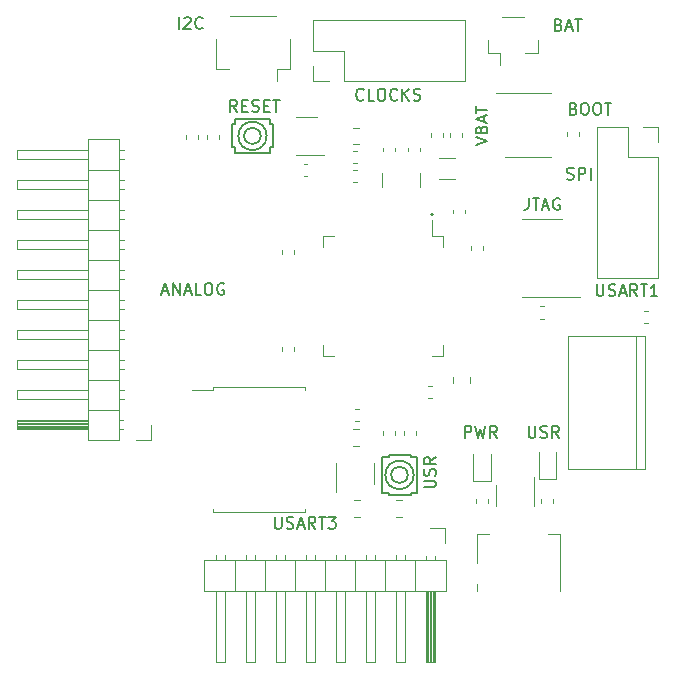
<source format=gto>
%TF.GenerationSoftware,KiCad,Pcbnew,(5.1.6-0-10_14)*%
%TF.CreationDate,2020-09-29T23:50:48-07:00*%
%TF.ProjectId,BetsyBoardBig,42657473-7942-46f6-9172-644269672e6b,rev?*%
%TF.SameCoordinates,Original*%
%TF.FileFunction,Legend,Top*%
%TF.FilePolarity,Positive*%
%FSLAX46Y46*%
G04 Gerber Fmt 4.6, Leading zero omitted, Abs format (unit mm)*
G04 Created by KiCad (PCBNEW (5.1.6-0-10_14)) date 2020-09-29 23:50:48*
%MOMM*%
%LPD*%
G01*
G04 APERTURE LIST*
%ADD10C,0.150000*%
%ADD11C,0.120000*%
G04 APERTURE END LIST*
D10*
X132333333Y-66702380D02*
X132333333Y-67416666D01*
X132285714Y-67559523D01*
X132190476Y-67654761D01*
X132047619Y-67702380D01*
X131952380Y-67702380D01*
X132666666Y-66702380D02*
X133238095Y-66702380D01*
X132952380Y-67702380D02*
X132952380Y-66702380D01*
X133523809Y-67416666D02*
X134000000Y-67416666D01*
X133428571Y-67702380D02*
X133761904Y-66702380D01*
X134095238Y-67702380D01*
X134952380Y-66750000D02*
X134857142Y-66702380D01*
X134714285Y-66702380D01*
X134571428Y-66750000D01*
X134476190Y-66845238D01*
X134428571Y-66940476D01*
X134380952Y-67130952D01*
X134380952Y-67273809D01*
X134428571Y-67464285D01*
X134476190Y-67559523D01*
X134571428Y-67654761D01*
X134714285Y-67702380D01*
X134809523Y-67702380D01*
X134952380Y-67654761D01*
X135000000Y-67607142D01*
X135000000Y-67273809D01*
X134809523Y-67273809D01*
X138102380Y-74002380D02*
X138102380Y-74811904D01*
X138150000Y-74907142D01*
X138197619Y-74954761D01*
X138292857Y-75002380D01*
X138483333Y-75002380D01*
X138578571Y-74954761D01*
X138626190Y-74907142D01*
X138673809Y-74811904D01*
X138673809Y-74002380D01*
X139102380Y-74954761D02*
X139245238Y-75002380D01*
X139483333Y-75002380D01*
X139578571Y-74954761D01*
X139626190Y-74907142D01*
X139673809Y-74811904D01*
X139673809Y-74716666D01*
X139626190Y-74621428D01*
X139578571Y-74573809D01*
X139483333Y-74526190D01*
X139292857Y-74478571D01*
X139197619Y-74430952D01*
X139150000Y-74383333D01*
X139102380Y-74288095D01*
X139102380Y-74192857D01*
X139150000Y-74097619D01*
X139197619Y-74050000D01*
X139292857Y-74002380D01*
X139530952Y-74002380D01*
X139673809Y-74050000D01*
X140054761Y-74716666D02*
X140530952Y-74716666D01*
X139959523Y-75002380D02*
X140292857Y-74002380D01*
X140626190Y-75002380D01*
X141530952Y-75002380D02*
X141197619Y-74526190D01*
X140959523Y-75002380D02*
X140959523Y-74002380D01*
X141340476Y-74002380D01*
X141435714Y-74050000D01*
X141483333Y-74097619D01*
X141530952Y-74192857D01*
X141530952Y-74335714D01*
X141483333Y-74430952D01*
X141435714Y-74478571D01*
X141340476Y-74526190D01*
X140959523Y-74526190D01*
X141816666Y-74002380D02*
X142388095Y-74002380D01*
X142102380Y-75002380D02*
X142102380Y-74002380D01*
X143245238Y-75002380D02*
X142673809Y-75002380D01*
X142959523Y-75002380D02*
X142959523Y-74002380D01*
X142864285Y-74145238D01*
X142769047Y-74240476D01*
X142673809Y-74288095D01*
X127852380Y-62242857D02*
X128852380Y-61909523D01*
X127852380Y-61576190D01*
X128328571Y-60909523D02*
X128376190Y-60766666D01*
X128423809Y-60719047D01*
X128519047Y-60671428D01*
X128661904Y-60671428D01*
X128757142Y-60719047D01*
X128804761Y-60766666D01*
X128852380Y-60861904D01*
X128852380Y-61242857D01*
X127852380Y-61242857D01*
X127852380Y-60909523D01*
X127900000Y-60814285D01*
X127947619Y-60766666D01*
X128042857Y-60719047D01*
X128138095Y-60719047D01*
X128233333Y-60766666D01*
X128280952Y-60814285D01*
X128328571Y-60909523D01*
X128328571Y-61242857D01*
X128566666Y-60290476D02*
X128566666Y-59814285D01*
X128852380Y-60385714D02*
X127852380Y-60052380D01*
X128852380Y-59719047D01*
X127852380Y-59528571D02*
X127852380Y-58957142D01*
X128852380Y-59242857D02*
X127852380Y-59242857D01*
X110852380Y-93702380D02*
X110852380Y-94511904D01*
X110900000Y-94607142D01*
X110947619Y-94654761D01*
X111042857Y-94702380D01*
X111233333Y-94702380D01*
X111328571Y-94654761D01*
X111376190Y-94607142D01*
X111423809Y-94511904D01*
X111423809Y-93702380D01*
X111852380Y-94654761D02*
X111995238Y-94702380D01*
X112233333Y-94702380D01*
X112328571Y-94654761D01*
X112376190Y-94607142D01*
X112423809Y-94511904D01*
X112423809Y-94416666D01*
X112376190Y-94321428D01*
X112328571Y-94273809D01*
X112233333Y-94226190D01*
X112042857Y-94178571D01*
X111947619Y-94130952D01*
X111900000Y-94083333D01*
X111852380Y-93988095D01*
X111852380Y-93892857D01*
X111900000Y-93797619D01*
X111947619Y-93750000D01*
X112042857Y-93702380D01*
X112280952Y-93702380D01*
X112423809Y-93750000D01*
X112804761Y-94416666D02*
X113280952Y-94416666D01*
X112709523Y-94702380D02*
X113042857Y-93702380D01*
X113376190Y-94702380D01*
X114280952Y-94702380D02*
X113947619Y-94226190D01*
X113709523Y-94702380D02*
X113709523Y-93702380D01*
X114090476Y-93702380D01*
X114185714Y-93750000D01*
X114233333Y-93797619D01*
X114280952Y-93892857D01*
X114280952Y-94035714D01*
X114233333Y-94130952D01*
X114185714Y-94178571D01*
X114090476Y-94226190D01*
X113709523Y-94226190D01*
X114566666Y-93702380D02*
X115138095Y-93702380D01*
X114852380Y-94702380D02*
X114852380Y-93702380D01*
X115376190Y-93702380D02*
X115995238Y-93702380D01*
X115661904Y-94083333D01*
X115804761Y-94083333D01*
X115900000Y-94130952D01*
X115947619Y-94178571D01*
X115995238Y-94273809D01*
X115995238Y-94511904D01*
X115947619Y-94607142D01*
X115900000Y-94654761D01*
X115804761Y-94702380D01*
X115519047Y-94702380D01*
X115423809Y-94654761D01*
X115376190Y-94607142D01*
X101330952Y-74616666D02*
X101807142Y-74616666D01*
X101235714Y-74902380D02*
X101569047Y-73902380D01*
X101902380Y-74902380D01*
X102235714Y-74902380D02*
X102235714Y-73902380D01*
X102807142Y-74902380D01*
X102807142Y-73902380D01*
X103235714Y-74616666D02*
X103711904Y-74616666D01*
X103140476Y-74902380D02*
X103473809Y-73902380D01*
X103807142Y-74902380D01*
X104616666Y-74902380D02*
X104140476Y-74902380D01*
X104140476Y-73902380D01*
X105140476Y-73902380D02*
X105330952Y-73902380D01*
X105426190Y-73950000D01*
X105521428Y-74045238D01*
X105569047Y-74235714D01*
X105569047Y-74569047D01*
X105521428Y-74759523D01*
X105426190Y-74854761D01*
X105330952Y-74902380D01*
X105140476Y-74902380D01*
X105045238Y-74854761D01*
X104950000Y-74759523D01*
X104902380Y-74569047D01*
X104902380Y-74235714D01*
X104950000Y-74045238D01*
X105045238Y-73950000D01*
X105140476Y-73902380D01*
X106521428Y-73950000D02*
X106426190Y-73902380D01*
X106283333Y-73902380D01*
X106140476Y-73950000D01*
X106045238Y-74045238D01*
X105997619Y-74140476D01*
X105950000Y-74330952D01*
X105950000Y-74473809D01*
X105997619Y-74664285D01*
X106045238Y-74759523D01*
X106140476Y-74854761D01*
X106283333Y-74902380D01*
X106378571Y-74902380D01*
X106521428Y-74854761D01*
X106569047Y-74807142D01*
X106569047Y-74473809D01*
X106378571Y-74473809D01*
X132338095Y-86002380D02*
X132338095Y-86811904D01*
X132385714Y-86907142D01*
X132433333Y-86954761D01*
X132528571Y-87002380D01*
X132719047Y-87002380D01*
X132814285Y-86954761D01*
X132861904Y-86907142D01*
X132909523Y-86811904D01*
X132909523Y-86002380D01*
X133338095Y-86954761D02*
X133480952Y-87002380D01*
X133719047Y-87002380D01*
X133814285Y-86954761D01*
X133861904Y-86907142D01*
X133909523Y-86811904D01*
X133909523Y-86716666D01*
X133861904Y-86621428D01*
X133814285Y-86573809D01*
X133719047Y-86526190D01*
X133528571Y-86478571D01*
X133433333Y-86430952D01*
X133385714Y-86383333D01*
X133338095Y-86288095D01*
X133338095Y-86192857D01*
X133385714Y-86097619D01*
X133433333Y-86050000D01*
X133528571Y-86002380D01*
X133766666Y-86002380D01*
X133909523Y-86050000D01*
X134909523Y-87002380D02*
X134576190Y-86526190D01*
X134338095Y-87002380D02*
X134338095Y-86002380D01*
X134719047Y-86002380D01*
X134814285Y-86050000D01*
X134861904Y-86097619D01*
X134909523Y-86192857D01*
X134909523Y-86335714D01*
X134861904Y-86430952D01*
X134814285Y-86478571D01*
X134719047Y-86526190D01*
X134338095Y-86526190D01*
X126916666Y-87002380D02*
X126916666Y-86002380D01*
X127297619Y-86002380D01*
X127392857Y-86050000D01*
X127440476Y-86097619D01*
X127488095Y-86192857D01*
X127488095Y-86335714D01*
X127440476Y-86430952D01*
X127392857Y-86478571D01*
X127297619Y-86526190D01*
X126916666Y-86526190D01*
X127821428Y-86002380D02*
X128059523Y-87002380D01*
X128250000Y-86288095D01*
X128440476Y-87002380D01*
X128678571Y-86002380D01*
X129630952Y-87002380D02*
X129297619Y-86526190D01*
X129059523Y-87002380D02*
X129059523Y-86002380D01*
X129440476Y-86002380D01*
X129535714Y-86050000D01*
X129583333Y-86097619D01*
X129630952Y-86192857D01*
X129630952Y-86335714D01*
X129583333Y-86430952D01*
X129535714Y-86478571D01*
X129440476Y-86526190D01*
X129059523Y-86526190D01*
X123452380Y-91211904D02*
X124261904Y-91211904D01*
X124357142Y-91164285D01*
X124404761Y-91116666D01*
X124452380Y-91021428D01*
X124452380Y-90830952D01*
X124404761Y-90735714D01*
X124357142Y-90688095D01*
X124261904Y-90640476D01*
X123452380Y-90640476D01*
X124404761Y-90211904D02*
X124452380Y-90069047D01*
X124452380Y-89830952D01*
X124404761Y-89735714D01*
X124357142Y-89688095D01*
X124261904Y-89640476D01*
X124166666Y-89640476D01*
X124071428Y-89688095D01*
X124023809Y-89735714D01*
X123976190Y-89830952D01*
X123928571Y-90021428D01*
X123880952Y-90116666D01*
X123833333Y-90164285D01*
X123738095Y-90211904D01*
X123642857Y-90211904D01*
X123547619Y-90164285D01*
X123500000Y-90116666D01*
X123452380Y-90021428D01*
X123452380Y-89783333D01*
X123500000Y-89640476D01*
X124452380Y-88640476D02*
X123976190Y-88973809D01*
X124452380Y-89211904D02*
X123452380Y-89211904D01*
X123452380Y-88830952D01*
X123500000Y-88735714D01*
X123547619Y-88688095D01*
X123642857Y-88640476D01*
X123785714Y-88640476D01*
X123880952Y-88688095D01*
X123928571Y-88735714D01*
X123976190Y-88830952D01*
X123976190Y-89211904D01*
X136142857Y-59128571D02*
X136285714Y-59176190D01*
X136333333Y-59223809D01*
X136380952Y-59319047D01*
X136380952Y-59461904D01*
X136333333Y-59557142D01*
X136285714Y-59604761D01*
X136190476Y-59652380D01*
X135809523Y-59652380D01*
X135809523Y-58652380D01*
X136142857Y-58652380D01*
X136238095Y-58700000D01*
X136285714Y-58747619D01*
X136333333Y-58842857D01*
X136333333Y-58938095D01*
X136285714Y-59033333D01*
X136238095Y-59080952D01*
X136142857Y-59128571D01*
X135809523Y-59128571D01*
X137000000Y-58652380D02*
X137190476Y-58652380D01*
X137285714Y-58700000D01*
X137380952Y-58795238D01*
X137428571Y-58985714D01*
X137428571Y-59319047D01*
X137380952Y-59509523D01*
X137285714Y-59604761D01*
X137190476Y-59652380D01*
X137000000Y-59652380D01*
X136904761Y-59604761D01*
X136809523Y-59509523D01*
X136761904Y-59319047D01*
X136761904Y-58985714D01*
X136809523Y-58795238D01*
X136904761Y-58700000D01*
X137000000Y-58652380D01*
X138047619Y-58652380D02*
X138238095Y-58652380D01*
X138333333Y-58700000D01*
X138428571Y-58795238D01*
X138476190Y-58985714D01*
X138476190Y-59319047D01*
X138428571Y-59509523D01*
X138333333Y-59604761D01*
X138238095Y-59652380D01*
X138047619Y-59652380D01*
X137952380Y-59604761D01*
X137857142Y-59509523D01*
X137809523Y-59319047D01*
X137809523Y-58985714D01*
X137857142Y-58795238D01*
X137952380Y-58700000D01*
X138047619Y-58652380D01*
X138761904Y-58652380D02*
X139333333Y-58652380D01*
X139047619Y-59652380D02*
X139047619Y-58652380D01*
X135576190Y-65104761D02*
X135719047Y-65152380D01*
X135957142Y-65152380D01*
X136052380Y-65104761D01*
X136100000Y-65057142D01*
X136147619Y-64961904D01*
X136147619Y-64866666D01*
X136100000Y-64771428D01*
X136052380Y-64723809D01*
X135957142Y-64676190D01*
X135766666Y-64628571D01*
X135671428Y-64580952D01*
X135623809Y-64533333D01*
X135576190Y-64438095D01*
X135576190Y-64342857D01*
X135623809Y-64247619D01*
X135671428Y-64200000D01*
X135766666Y-64152380D01*
X136004761Y-64152380D01*
X136147619Y-64200000D01*
X136576190Y-65152380D02*
X136576190Y-64152380D01*
X136957142Y-64152380D01*
X137052380Y-64200000D01*
X137100000Y-64247619D01*
X137147619Y-64342857D01*
X137147619Y-64485714D01*
X137100000Y-64580952D01*
X137052380Y-64628571D01*
X136957142Y-64676190D01*
X136576190Y-64676190D01*
X137576190Y-65152380D02*
X137576190Y-64152380D01*
X107647619Y-59402380D02*
X107314285Y-58926190D01*
X107076190Y-59402380D02*
X107076190Y-58402380D01*
X107457142Y-58402380D01*
X107552380Y-58450000D01*
X107600000Y-58497619D01*
X107647619Y-58592857D01*
X107647619Y-58735714D01*
X107600000Y-58830952D01*
X107552380Y-58878571D01*
X107457142Y-58926190D01*
X107076190Y-58926190D01*
X108076190Y-58878571D02*
X108409523Y-58878571D01*
X108552380Y-59402380D02*
X108076190Y-59402380D01*
X108076190Y-58402380D01*
X108552380Y-58402380D01*
X108933333Y-59354761D02*
X109076190Y-59402380D01*
X109314285Y-59402380D01*
X109409523Y-59354761D01*
X109457142Y-59307142D01*
X109504761Y-59211904D01*
X109504761Y-59116666D01*
X109457142Y-59021428D01*
X109409523Y-58973809D01*
X109314285Y-58926190D01*
X109123809Y-58878571D01*
X109028571Y-58830952D01*
X108980952Y-58783333D01*
X108933333Y-58688095D01*
X108933333Y-58592857D01*
X108980952Y-58497619D01*
X109028571Y-58450000D01*
X109123809Y-58402380D01*
X109361904Y-58402380D01*
X109504761Y-58450000D01*
X109933333Y-58878571D02*
X110266666Y-58878571D01*
X110409523Y-59402380D02*
X109933333Y-59402380D01*
X109933333Y-58402380D01*
X110409523Y-58402380D01*
X110695238Y-58402380D02*
X111266666Y-58402380D01*
X110980952Y-59402380D02*
X110980952Y-58402380D01*
X134861904Y-52028571D02*
X135004761Y-52076190D01*
X135052380Y-52123809D01*
X135100000Y-52219047D01*
X135100000Y-52361904D01*
X135052380Y-52457142D01*
X135004761Y-52504761D01*
X134909523Y-52552380D01*
X134528571Y-52552380D01*
X134528571Y-51552380D01*
X134861904Y-51552380D01*
X134957142Y-51600000D01*
X135004761Y-51647619D01*
X135052380Y-51742857D01*
X135052380Y-51838095D01*
X135004761Y-51933333D01*
X134957142Y-51980952D01*
X134861904Y-52028571D01*
X134528571Y-52028571D01*
X135480952Y-52266666D02*
X135957142Y-52266666D01*
X135385714Y-52552380D02*
X135719047Y-51552380D01*
X136052380Y-52552380D01*
X136242857Y-51552380D02*
X136814285Y-51552380D01*
X136528571Y-52552380D02*
X136528571Y-51552380D01*
X118354761Y-58357142D02*
X118307142Y-58404761D01*
X118164285Y-58452380D01*
X118069047Y-58452380D01*
X117926190Y-58404761D01*
X117830952Y-58309523D01*
X117783333Y-58214285D01*
X117735714Y-58023809D01*
X117735714Y-57880952D01*
X117783333Y-57690476D01*
X117830952Y-57595238D01*
X117926190Y-57500000D01*
X118069047Y-57452380D01*
X118164285Y-57452380D01*
X118307142Y-57500000D01*
X118354761Y-57547619D01*
X119259523Y-58452380D02*
X118783333Y-58452380D01*
X118783333Y-57452380D01*
X119783333Y-57452380D02*
X119973809Y-57452380D01*
X120069047Y-57500000D01*
X120164285Y-57595238D01*
X120211904Y-57785714D01*
X120211904Y-58119047D01*
X120164285Y-58309523D01*
X120069047Y-58404761D01*
X119973809Y-58452380D01*
X119783333Y-58452380D01*
X119688095Y-58404761D01*
X119592857Y-58309523D01*
X119545238Y-58119047D01*
X119545238Y-57785714D01*
X119592857Y-57595238D01*
X119688095Y-57500000D01*
X119783333Y-57452380D01*
X121211904Y-58357142D02*
X121164285Y-58404761D01*
X121021428Y-58452380D01*
X120926190Y-58452380D01*
X120783333Y-58404761D01*
X120688095Y-58309523D01*
X120640476Y-58214285D01*
X120592857Y-58023809D01*
X120592857Y-57880952D01*
X120640476Y-57690476D01*
X120688095Y-57595238D01*
X120783333Y-57500000D01*
X120926190Y-57452380D01*
X121021428Y-57452380D01*
X121164285Y-57500000D01*
X121211904Y-57547619D01*
X121640476Y-58452380D02*
X121640476Y-57452380D01*
X122211904Y-58452380D02*
X121783333Y-57880952D01*
X122211904Y-57452380D02*
X121640476Y-58023809D01*
X122592857Y-58404761D02*
X122735714Y-58452380D01*
X122973809Y-58452380D01*
X123069047Y-58404761D01*
X123116666Y-58357142D01*
X123164285Y-58261904D01*
X123164285Y-58166666D01*
X123116666Y-58071428D01*
X123069047Y-58023809D01*
X122973809Y-57976190D01*
X122783333Y-57928571D01*
X122688095Y-57880952D01*
X122640476Y-57833333D01*
X122592857Y-57738095D01*
X122592857Y-57642857D01*
X122640476Y-57547619D01*
X122688095Y-57500000D01*
X122783333Y-57452380D01*
X123021428Y-57452380D01*
X123164285Y-57500000D01*
X102723809Y-52402380D02*
X102723809Y-51402380D01*
X103152380Y-51497619D02*
X103200000Y-51450000D01*
X103295238Y-51402380D01*
X103533333Y-51402380D01*
X103628571Y-51450000D01*
X103676190Y-51497619D01*
X103723809Y-51592857D01*
X103723809Y-51688095D01*
X103676190Y-51830952D01*
X103104761Y-52402380D01*
X103723809Y-52402380D01*
X104723809Y-52307142D02*
X104676190Y-52354761D01*
X104533333Y-52402380D01*
X104438095Y-52402380D01*
X104295238Y-52354761D01*
X104200000Y-52259523D01*
X104152380Y-52164285D01*
X104104761Y-51973809D01*
X104104761Y-51830952D01*
X104152380Y-51640476D01*
X104200000Y-51545238D01*
X104295238Y-51450000D01*
X104438095Y-51402380D01*
X104533333Y-51402380D01*
X104676190Y-51450000D01*
X104723809Y-51497619D01*
X124250000Y-68100000D02*
G75*
G03*
X124250000Y-68100000I-100000J0D01*
G01*
D11*
%TO.C,J1*%
X128000000Y-99950000D02*
X128000000Y-99350000D01*
X128000000Y-95150000D02*
X128000000Y-97650000D01*
X135000000Y-95150000D02*
X135000000Y-99950000D01*
X128000000Y-95150000D02*
X129000000Y-95150000D01*
X135000000Y-95150000D02*
X134000000Y-95150000D01*
%TO.C,C18*%
X119990000Y-62762779D02*
X119990000Y-62437221D01*
X121010000Y-62762779D02*
X121010000Y-62437221D01*
%TO.C,C13*%
X122090000Y-62762779D02*
X122090000Y-62437221D01*
X123110000Y-62762779D02*
X123110000Y-62437221D01*
%TO.C,U4*%
X114890000Y-79160000D02*
X114890000Y-80110000D01*
X114890000Y-80110000D02*
X115840000Y-80110000D01*
X114890000Y-70840000D02*
X114890000Y-69890000D01*
X114890000Y-69890000D02*
X115840000Y-69890000D01*
X125110000Y-79160000D02*
X125110000Y-80110000D01*
X125110000Y-80110000D02*
X124160000Y-80110000D01*
X125110000Y-70840000D02*
X125110000Y-69890000D01*
X125110000Y-69890000D02*
X124160000Y-69890000D01*
X124160000Y-69890000D02*
X124160000Y-68550000D01*
%TO.C,J7*%
X97660000Y-87230000D02*
X97660000Y-61710000D01*
X97660000Y-61710000D02*
X95000000Y-61710000D01*
X95000000Y-61710000D02*
X95000000Y-87230000D01*
X95000000Y-87230000D02*
X97660000Y-87230000D01*
X95000000Y-86280000D02*
X89000000Y-86280000D01*
X89000000Y-86280000D02*
X89000000Y-85520000D01*
X89000000Y-85520000D02*
X95000000Y-85520000D01*
X95000000Y-86220000D02*
X89000000Y-86220000D01*
X95000000Y-86100000D02*
X89000000Y-86100000D01*
X95000000Y-85980000D02*
X89000000Y-85980000D01*
X95000000Y-85860000D02*
X89000000Y-85860000D01*
X95000000Y-85740000D02*
X89000000Y-85740000D01*
X95000000Y-85620000D02*
X89000000Y-85620000D01*
X97990000Y-86280000D02*
X97660000Y-86280000D01*
X97990000Y-85520000D02*
X97660000Y-85520000D01*
X97660000Y-84630000D02*
X95000000Y-84630000D01*
X95000000Y-83740000D02*
X89000000Y-83740000D01*
X89000000Y-83740000D02*
X89000000Y-82980000D01*
X89000000Y-82980000D02*
X95000000Y-82980000D01*
X98057071Y-83740000D02*
X97660000Y-83740000D01*
X98057071Y-82980000D02*
X97660000Y-82980000D01*
X97660000Y-82090000D02*
X95000000Y-82090000D01*
X95000000Y-81200000D02*
X89000000Y-81200000D01*
X89000000Y-81200000D02*
X89000000Y-80440000D01*
X89000000Y-80440000D02*
X95000000Y-80440000D01*
X98057071Y-81200000D02*
X97660000Y-81200000D01*
X98057071Y-80440000D02*
X97660000Y-80440000D01*
X97660000Y-79550000D02*
X95000000Y-79550000D01*
X95000000Y-78660000D02*
X89000000Y-78660000D01*
X89000000Y-78660000D02*
X89000000Y-77900000D01*
X89000000Y-77900000D02*
X95000000Y-77900000D01*
X98057071Y-78660000D02*
X97660000Y-78660000D01*
X98057071Y-77900000D02*
X97660000Y-77900000D01*
X97660000Y-77010000D02*
X95000000Y-77010000D01*
X95000000Y-76120000D02*
X89000000Y-76120000D01*
X89000000Y-76120000D02*
X89000000Y-75360000D01*
X89000000Y-75360000D02*
X95000000Y-75360000D01*
X98057071Y-76120000D02*
X97660000Y-76120000D01*
X98057071Y-75360000D02*
X97660000Y-75360000D01*
X97660000Y-74470000D02*
X95000000Y-74470000D01*
X95000000Y-73580000D02*
X89000000Y-73580000D01*
X89000000Y-73580000D02*
X89000000Y-72820000D01*
X89000000Y-72820000D02*
X95000000Y-72820000D01*
X98057071Y-73580000D02*
X97660000Y-73580000D01*
X98057071Y-72820000D02*
X97660000Y-72820000D01*
X97660000Y-71930000D02*
X95000000Y-71930000D01*
X95000000Y-71040000D02*
X89000000Y-71040000D01*
X89000000Y-71040000D02*
X89000000Y-70280000D01*
X89000000Y-70280000D02*
X95000000Y-70280000D01*
X98057071Y-71040000D02*
X97660000Y-71040000D01*
X98057071Y-70280000D02*
X97660000Y-70280000D01*
X97660000Y-69390000D02*
X95000000Y-69390000D01*
X95000000Y-68500000D02*
X89000000Y-68500000D01*
X89000000Y-68500000D02*
X89000000Y-67740000D01*
X89000000Y-67740000D02*
X95000000Y-67740000D01*
X98057071Y-68500000D02*
X97660000Y-68500000D01*
X98057071Y-67740000D02*
X97660000Y-67740000D01*
X97660000Y-66850000D02*
X95000000Y-66850000D01*
X95000000Y-65960000D02*
X89000000Y-65960000D01*
X89000000Y-65960000D02*
X89000000Y-65200000D01*
X89000000Y-65200000D02*
X95000000Y-65200000D01*
X98057071Y-65960000D02*
X97660000Y-65960000D01*
X98057071Y-65200000D02*
X97660000Y-65200000D01*
X97660000Y-64310000D02*
X95000000Y-64310000D01*
X95000000Y-63420000D02*
X89000000Y-63420000D01*
X89000000Y-63420000D02*
X89000000Y-62660000D01*
X89000000Y-62660000D02*
X95000000Y-62660000D01*
X98057071Y-63420000D02*
X97660000Y-63420000D01*
X98057071Y-62660000D02*
X97660000Y-62660000D01*
X100370000Y-85900000D02*
X100370000Y-87170000D01*
X100370000Y-87170000D02*
X99100000Y-87170000D01*
%TO.C,J3*%
X126910000Y-56830000D02*
X126910000Y-51630000D01*
X116690000Y-56830000D02*
X126910000Y-56830000D01*
X114090000Y-51630000D02*
X126910000Y-51630000D01*
X116690000Y-56830000D02*
X116690000Y-54230000D01*
X116690000Y-54230000D02*
X114090000Y-54230000D01*
X114090000Y-54230000D02*
X114090000Y-51630000D01*
X115420000Y-56830000D02*
X114090000Y-56830000D01*
X114090000Y-56830000D02*
X114090000Y-55500000D01*
D10*
%TO.C,SW3*%
X122600000Y-90150000D02*
G75*
G03*
X122600000Y-90150000I-1200000J0D01*
G01*
X122100000Y-90150000D02*
G75*
G03*
X122100000Y-90150000I-700000J0D01*
G01*
X119950000Y-91650000D02*
X119950000Y-88650000D01*
X122850000Y-88650000D02*
X122850000Y-91650000D01*
X122400000Y-88650000D02*
X122850000Y-88650000D01*
X122400000Y-88450000D02*
X122400000Y-88650000D01*
X122400000Y-91650000D02*
X122850000Y-91650000D01*
X122400000Y-91850000D02*
X122400000Y-91650000D01*
X120500000Y-91850000D02*
X120500000Y-91650000D01*
X122400000Y-91850000D02*
X120500000Y-91850000D01*
X119950000Y-88650000D02*
X120500000Y-88650000D01*
X120500000Y-88450000D02*
X122400000Y-88450000D01*
X120500000Y-88650000D02*
X120500000Y-88450000D01*
X119950000Y-91650000D02*
X120500000Y-91650000D01*
D11*
%TO.C,R7*%
X103340000Y-61712779D02*
X103340000Y-61387221D01*
X104360000Y-61712779D02*
X104360000Y-61387221D01*
%TO.C,R6*%
X105090000Y-61712779D02*
X105090000Y-61387221D01*
X106110000Y-61712779D02*
X106110000Y-61387221D01*
%TO.C,R5*%
X117637221Y-84540000D02*
X117962779Y-84540000D01*
X117637221Y-85560000D02*
X117962779Y-85560000D01*
%TO.C,R1*%
X122810000Y-86437221D02*
X122810000Y-86762779D01*
X121790000Y-86437221D02*
X121790000Y-86762779D01*
%TO.C,J6*%
X112110000Y-53285000D02*
X112110000Y-55785000D01*
X112110000Y-55785000D02*
X111060000Y-55785000D01*
X111060000Y-55785000D02*
X111060000Y-56775000D01*
X105890000Y-53285000D02*
X105890000Y-55785000D01*
X105890000Y-55785000D02*
X106940000Y-55785000D01*
X110940000Y-51315000D02*
X107060000Y-51315000D01*
%TO.C,J5*%
X138130000Y-60670000D02*
X140730000Y-60670000D01*
X138130000Y-60670000D02*
X138130000Y-73490000D01*
X138130000Y-73490000D02*
X143330000Y-73490000D01*
X143330000Y-63270000D02*
X143330000Y-73490000D01*
X140730000Y-63270000D02*
X143330000Y-63270000D01*
X140730000Y-60670000D02*
X140730000Y-63270000D01*
X143330000Y-60670000D02*
X143330000Y-62000000D01*
X142000000Y-60670000D02*
X143330000Y-60670000D01*
%TO.C,J4*%
X125330000Y-97340000D02*
X104890000Y-97340000D01*
X104890000Y-97340000D02*
X104890000Y-100000000D01*
X104890000Y-100000000D02*
X125330000Y-100000000D01*
X125330000Y-100000000D02*
X125330000Y-97340000D01*
X124380000Y-100000000D02*
X124380000Y-106000000D01*
X124380000Y-106000000D02*
X123620000Y-106000000D01*
X123620000Y-106000000D02*
X123620000Y-100000000D01*
X124320000Y-100000000D02*
X124320000Y-106000000D01*
X124200000Y-100000000D02*
X124200000Y-106000000D01*
X124080000Y-100000000D02*
X124080000Y-106000000D01*
X123960000Y-100000000D02*
X123960000Y-106000000D01*
X123840000Y-100000000D02*
X123840000Y-106000000D01*
X123720000Y-100000000D02*
X123720000Y-106000000D01*
X124380000Y-97010000D02*
X124380000Y-97340000D01*
X123620000Y-97010000D02*
X123620000Y-97340000D01*
X122730000Y-97340000D02*
X122730000Y-100000000D01*
X121840000Y-100000000D02*
X121840000Y-106000000D01*
X121840000Y-106000000D02*
X121080000Y-106000000D01*
X121080000Y-106000000D02*
X121080000Y-100000000D01*
X121840000Y-96942929D02*
X121840000Y-97340000D01*
X121080000Y-96942929D02*
X121080000Y-97340000D01*
X120190000Y-97340000D02*
X120190000Y-100000000D01*
X119300000Y-100000000D02*
X119300000Y-106000000D01*
X119300000Y-106000000D02*
X118540000Y-106000000D01*
X118540000Y-106000000D02*
X118540000Y-100000000D01*
X119300000Y-96942929D02*
X119300000Y-97340000D01*
X118540000Y-96942929D02*
X118540000Y-97340000D01*
X117650000Y-97340000D02*
X117650000Y-100000000D01*
X116760000Y-100000000D02*
X116760000Y-106000000D01*
X116760000Y-106000000D02*
X116000000Y-106000000D01*
X116000000Y-106000000D02*
X116000000Y-100000000D01*
X116760000Y-96942929D02*
X116760000Y-97340000D01*
X116000000Y-96942929D02*
X116000000Y-97340000D01*
X115110000Y-97340000D02*
X115110000Y-100000000D01*
X114220000Y-100000000D02*
X114220000Y-106000000D01*
X114220000Y-106000000D02*
X113460000Y-106000000D01*
X113460000Y-106000000D02*
X113460000Y-100000000D01*
X114220000Y-96942929D02*
X114220000Y-97340000D01*
X113460000Y-96942929D02*
X113460000Y-97340000D01*
X112570000Y-97340000D02*
X112570000Y-100000000D01*
X111680000Y-100000000D02*
X111680000Y-106000000D01*
X111680000Y-106000000D02*
X110920000Y-106000000D01*
X110920000Y-106000000D02*
X110920000Y-100000000D01*
X111680000Y-96942929D02*
X111680000Y-97340000D01*
X110920000Y-96942929D02*
X110920000Y-97340000D01*
X110030000Y-97340000D02*
X110030000Y-100000000D01*
X109140000Y-100000000D02*
X109140000Y-106000000D01*
X109140000Y-106000000D02*
X108380000Y-106000000D01*
X108380000Y-106000000D02*
X108380000Y-100000000D01*
X109140000Y-96942929D02*
X109140000Y-97340000D01*
X108380000Y-96942929D02*
X108380000Y-97340000D01*
X107490000Y-97340000D02*
X107490000Y-100000000D01*
X106600000Y-100000000D02*
X106600000Y-106000000D01*
X106600000Y-106000000D02*
X105840000Y-106000000D01*
X105840000Y-106000000D02*
X105840000Y-100000000D01*
X106600000Y-96942929D02*
X106600000Y-97340000D01*
X105840000Y-96942929D02*
X105840000Y-97340000D01*
X124000000Y-94630000D02*
X125270000Y-94630000D01*
X125270000Y-94630000D02*
X125270000Y-95900000D01*
%TO.C,C4*%
X121010000Y-86437221D02*
X121010000Y-86762779D01*
X119990000Y-86437221D02*
X119990000Y-86762779D01*
%TO.C,P6*%
X130060000Y-51340000D02*
X131940000Y-51340000D01*
X133110000Y-54460000D02*
X132060000Y-54460000D01*
X133110000Y-53310000D02*
X133110000Y-54460000D01*
X129940000Y-54460000D02*
X129940000Y-55450000D01*
X128890000Y-54460000D02*
X129940000Y-54460000D01*
X128890000Y-53310000D02*
X128890000Y-54460000D01*
%TO.C,U5*%
X105640000Y-82995000D02*
X103825000Y-82995000D01*
X105640000Y-82740000D02*
X105640000Y-82995000D01*
X109500000Y-82740000D02*
X105640000Y-82740000D01*
X113360000Y-82740000D02*
X113360000Y-82995000D01*
X109500000Y-82740000D02*
X113360000Y-82740000D01*
X105640000Y-93260000D02*
X105640000Y-93005000D01*
X109500000Y-93260000D02*
X105640000Y-93260000D01*
X113360000Y-93260000D02*
X113360000Y-93005000D01*
X109500000Y-93260000D02*
X113360000Y-93260000D01*
%TO.C,U1*%
X116040000Y-89150000D02*
X116040000Y-91600000D01*
X119260000Y-90950000D02*
X119260000Y-89150000D01*
%TO.C,R2*%
X135590000Y-61137221D02*
X135590000Y-61462779D01*
X136610000Y-61137221D02*
X136610000Y-61462779D01*
%TO.C,J2*%
X142150000Y-78350000D02*
X142150000Y-89650000D01*
X135700000Y-89650000D02*
X135700000Y-78350000D01*
X135700000Y-89650000D02*
X142150000Y-89650000D01*
X135700000Y-78350000D02*
X142150000Y-78350000D01*
X141450000Y-78350000D02*
X141450000Y-89650000D01*
%TO.C,FB2*%
X117491422Y-62160000D02*
X118008578Y-62160000D01*
X117491422Y-60740000D02*
X118008578Y-60740000D01*
%TO.C,FB1*%
X121091422Y-93710000D02*
X121608578Y-93710000D01*
X121091422Y-92290000D02*
X121608578Y-92290000D01*
%TO.C,C16*%
X124162779Y-82590000D02*
X123837221Y-82590000D01*
X124162779Y-83610000D02*
X123837221Y-83610000D01*
%TO.C,C15*%
X112510000Y-79662779D02*
X112510000Y-79337221D01*
X111490000Y-79662779D02*
X111490000Y-79337221D01*
%TO.C,C14*%
X112510000Y-71412779D02*
X112510000Y-71087221D01*
X111490000Y-71412779D02*
X111490000Y-71087221D01*
%TO.C,C12*%
X127360000Y-82408578D02*
X127360000Y-81891422D01*
X125940000Y-82408578D02*
X125940000Y-81891422D01*
%TO.C,C11*%
X142412779Y-76290000D02*
X142087221Y-76290000D01*
X142412779Y-77310000D02*
X142087221Y-77310000D01*
%TO.C,C10*%
X126960000Y-68012779D02*
X126960000Y-67687221D01*
X125940000Y-68012779D02*
X125940000Y-67687221D01*
%TO.C,C6*%
X117437221Y-65360000D02*
X117762779Y-65360000D01*
X117437221Y-64340000D02*
X117762779Y-64340000D01*
%TO.C,C5*%
X117437221Y-63760000D02*
X117762779Y-63760000D01*
X117437221Y-62740000D02*
X117762779Y-62740000D01*
%TO.C,C2*%
X117491422Y-87710000D02*
X118008578Y-87710000D01*
X117491422Y-86290000D02*
X118008578Y-86290000D01*
%TO.C,C1*%
X118058578Y-92290000D02*
X117541422Y-92290000D01*
X118058578Y-93710000D02*
X117541422Y-93710000D01*
%TO.C,U3*%
X114400000Y-59840000D02*
X112600000Y-59840000D01*
X112600000Y-63060000D02*
X115050000Y-63060000D01*
%TO.C,Y1*%
X124725000Y-65075000D02*
X126075000Y-65075000D01*
X124725000Y-63325000D02*
X126075000Y-63325000D01*
%TO.C,X1*%
X123120000Y-65815000D02*
X123120000Y-64565000D01*
X119920000Y-65815000D02*
X119920000Y-64565000D01*
%TO.C,P3*%
X131800000Y-68450000D02*
X135200000Y-68450000D01*
X136650000Y-75050000D02*
X131800000Y-75050000D01*
%TO.C,SW1*%
X134200000Y-63200000D02*
X130300000Y-63200000D01*
X134200000Y-57800000D02*
X129600000Y-57800000D01*
%TO.C,U2*%
X129540000Y-91000000D02*
X129540000Y-92800000D01*
X132760000Y-92800000D02*
X132760000Y-90350000D01*
%TO.C,R4*%
X127890000Y-92187221D02*
X127890000Y-92512779D01*
X128910000Y-92187221D02*
X128910000Y-92512779D01*
%TO.C,R3*%
X133395000Y-92178721D02*
X133395000Y-92504279D01*
X134415000Y-92178721D02*
X134415000Y-92504279D01*
%TO.C,D2*%
X129120000Y-90699000D02*
X129120000Y-88414000D01*
X127650000Y-90699000D02*
X129120000Y-90699000D01*
X127650000Y-88414000D02*
X127650000Y-90699000D01*
%TO.C,D1*%
X134645400Y-90499000D02*
X134645400Y-88214000D01*
X133175400Y-90499000D02*
X134645400Y-90499000D01*
X133175400Y-88214000D02*
X133175400Y-90499000D01*
%TO.C,C17*%
X127490000Y-70799721D02*
X127490000Y-71125279D01*
X128510000Y-70799721D02*
X128510000Y-71125279D01*
%TO.C,C9*%
X125110000Y-61562779D02*
X125110000Y-61237221D01*
X124090000Y-61562779D02*
X124090000Y-61237221D01*
%TO.C,C8*%
X126710000Y-61562779D02*
X126710000Y-61237221D01*
X125690000Y-61562779D02*
X125690000Y-61237221D01*
%TO.C,C3*%
X133612779Y-75890000D02*
X133287221Y-75890000D01*
X133612779Y-76910000D02*
X133287221Y-76910000D01*
%TO.C,C7*%
X113612779Y-63790000D02*
X113287221Y-63790000D01*
X113612779Y-64810000D02*
X113287221Y-64810000D01*
D10*
%TO.C,SW2*%
X110150000Y-61450000D02*
G75*
G03*
X110150000Y-61450000I-1200000J0D01*
G01*
X109650000Y-61450000D02*
G75*
G03*
X109650000Y-61450000I-700000J0D01*
G01*
X110450000Y-62900000D02*
X107450000Y-62900000D01*
X107450000Y-60000000D02*
X110450000Y-60000000D01*
X107450000Y-60450000D02*
X107450000Y-60000000D01*
X107250000Y-60450000D02*
X107450000Y-60450000D01*
X110450000Y-60450000D02*
X110450000Y-60000000D01*
X110650000Y-60450000D02*
X110450000Y-60450000D01*
X110650000Y-62350000D02*
X110450000Y-62350000D01*
X110650000Y-60450000D02*
X110650000Y-62350000D01*
X107450000Y-62900000D02*
X107450000Y-62350000D01*
X107250000Y-62350000D02*
X107250000Y-60450000D01*
X107450000Y-62350000D02*
X107250000Y-62350000D01*
X110450000Y-62900000D02*
X110450000Y-62350000D01*
%TD*%
M02*

</source>
